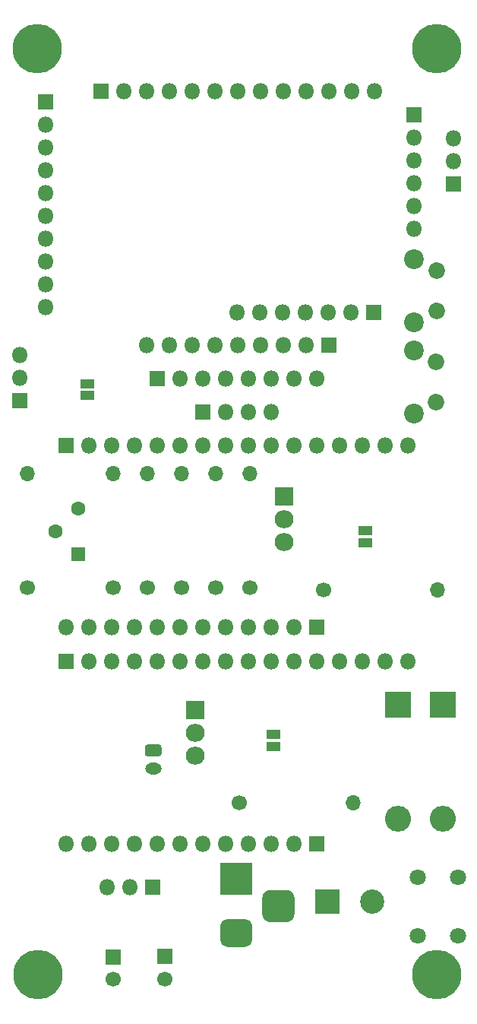
<source format=gbr>
%TF.GenerationSoftware,KiCad,Pcbnew,5.1.6-c6e7f7d~87~ubuntu18.04.1*%
%TF.CreationDate,2021-12-28T13:40:06-05:00*%
%TF.ProjectId,remote,72656d6f-7465-42e6-9b69-6361645f7063,rev?*%
%TF.SameCoordinates,Original*%
%TF.FileFunction,Soldermask,Bot*%
%TF.FilePolarity,Negative*%
%FSLAX46Y46*%
G04 Gerber Fmt 4.6, Leading zero omitted, Abs format (unit mm)*
G04 Created by KiCad (PCBNEW 5.1.6-c6e7f7d~87~ubuntu18.04.1) date 2021-12-28 13:40:06*
%MOMM*%
%LPD*%
G01*
G04 APERTURE LIST*
%ADD10R,1.800000X1.800000*%
%ADD11O,1.800000X1.800000*%
%ADD12R,1.600000X1.600000*%
%ADD13C,1.600000*%
%ADD14C,1.700000*%
%ADD15O,1.700000X1.700000*%
%ADD16R,2.900000X2.900000*%
%ADD17O,2.900000X2.900000*%
%ADD18O,2.100000X2.005000*%
%ADD19R,2.100000X2.005000*%
%ADD20R,1.600000X1.100000*%
%ADD21C,1.800000*%
%ADD22C,5.500000*%
%ADD23C,2.200000*%
%ADD24C,1.850000*%
%ADD25O,1.850000X1.300000*%
%ADD26R,1.700000X1.700000*%
%ADD27R,3.600000X3.600000*%
%ADD28R,2.700000X2.700000*%
%ADD29C,2.700000*%
G04 APERTURE END LIST*
D10*
%TO.C,J14*%
X17130000Y-39020000D03*
D11*
X19670000Y-39020000D03*
X22210000Y-39020000D03*
X24750000Y-39020000D03*
X27290000Y-39020000D03*
X29830000Y-39020000D03*
X32370000Y-39020000D03*
X34910000Y-39020000D03*
%TD*%
%TO.C,J3*%
X45063000Y-70523000D03*
X42523000Y-70523000D03*
X39983000Y-70523000D03*
X37443000Y-70523000D03*
X34903000Y-70523000D03*
X32363000Y-70523000D03*
X29823000Y-70523000D03*
X27283000Y-70523000D03*
X24743000Y-70523000D03*
X22203000Y-70523000D03*
X19663000Y-70523000D03*
X17123000Y-70523000D03*
X14583000Y-70523000D03*
X12043000Y-70523000D03*
X9503000Y-70523000D03*
D10*
X6963000Y-70523000D03*
%TD*%
D12*
%TO.C,Q3*%
X8280000Y-58520000D03*
D13*
X8280000Y-53440000D03*
X5740000Y-55980000D03*
%TD*%
D14*
%TO.C,R8*%
X2650000Y-62240000D03*
D15*
X2650000Y-49540000D03*
%TD*%
D16*
%TO.C,D2*%
X48940000Y-75350000D03*
D17*
X48940000Y-88050000D03*
%TD*%
D18*
%TO.C,Q2*%
X31250000Y-57210000D03*
X31250000Y-54670000D03*
D19*
X31250000Y-52130000D03*
%TD*%
D18*
%TO.C,Q1*%
X21300000Y-81030000D03*
X21300000Y-78490000D03*
D19*
X21300000Y-75950000D03*
%TD*%
D20*
%TO.C,JP1*%
X30060000Y-79940000D03*
X30060000Y-78640000D03*
%TD*%
%TO.C,JP3*%
X9350000Y-40900000D03*
X9350000Y-39600000D03*
%TD*%
%TO.C,JP2*%
X40310000Y-57250000D03*
X40310000Y-55950000D03*
%TD*%
D11*
%TO.C,J18*%
X45760000Y-22310000D03*
X45760000Y-19770000D03*
X45760000Y-17230000D03*
X45760000Y-14690000D03*
X45760000Y-12150000D03*
D10*
X45760000Y-9610000D03*
%TD*%
D15*
%TO.C,R7*%
X48330000Y-62510000D03*
D14*
X35630000Y-62510000D03*
%TD*%
%TO.C,R6*%
X26260000Y-86200000D03*
D15*
X38960000Y-86200000D03*
%TD*%
D10*
%TO.C,J15*%
X36210000Y-35280000D03*
D11*
X33670000Y-35280000D03*
X31130000Y-35280000D03*
X28590000Y-35280000D03*
X26050000Y-35280000D03*
X23510000Y-35280000D03*
X20970000Y-35280000D03*
X18430000Y-35280000D03*
X15890000Y-35280000D03*
%TD*%
D10*
%TO.C,J11*%
X4640000Y-8170000D03*
D11*
X4640000Y-10710000D03*
X4640000Y-13250000D03*
X4640000Y-15790000D03*
X4640000Y-18330000D03*
X4640000Y-20870000D03*
X4640000Y-23410000D03*
X4640000Y-25950000D03*
X4640000Y-28490000D03*
X4640000Y-31030000D03*
%TD*%
%TO.C,J6*%
X41340000Y-6960000D03*
X38800000Y-6960000D03*
X36260000Y-6960000D03*
X33720000Y-6960000D03*
X31180000Y-6960000D03*
X28640000Y-6960000D03*
X26100000Y-6960000D03*
X23560000Y-6960000D03*
X21020000Y-6960000D03*
X18480000Y-6960000D03*
X15940000Y-6960000D03*
X13400000Y-6960000D03*
D10*
X10860000Y-6960000D03*
%TD*%
D11*
%TO.C,J2*%
X6973000Y-90807000D03*
X9513000Y-90807000D03*
X12053000Y-90807000D03*
X14593000Y-90807000D03*
X17133000Y-90807000D03*
X19673000Y-90807000D03*
X22213000Y-90807000D03*
X24753000Y-90807000D03*
X27293000Y-90807000D03*
X29833000Y-90807000D03*
X32373000Y-90807000D03*
D10*
X34913000Y-90807000D03*
%TD*%
D21*
%TO.C,SW4*%
X50640000Y-94560000D03*
X50640000Y-101060000D03*
X46140000Y-94560000D03*
X46140000Y-101060000D03*
%TD*%
D22*
%TO.C,H6*%
X3750000Y-2250000D03*
%TD*%
D15*
%TO.C,R5*%
X27437000Y-49539000D03*
D14*
X27437000Y-62239000D03*
%TD*%
D10*
%TO.C,J19*%
X1750000Y-41450000D03*
D11*
X1750000Y-38910000D03*
X1750000Y-36370000D03*
%TD*%
D22*
%TO.C,H5*%
X48250000Y-2270000D03*
%TD*%
D11*
%TO.C,J9*%
X6943000Y-66695000D03*
X9483000Y-66695000D03*
X12023000Y-66695000D03*
X14563000Y-66695000D03*
X17103000Y-66695000D03*
X19643000Y-66695000D03*
X22183000Y-66695000D03*
X24723000Y-66695000D03*
X27263000Y-66695000D03*
X29803000Y-66695000D03*
X32343000Y-66695000D03*
D10*
X34883000Y-66695000D03*
%TD*%
%TO.C,J16*%
X22200000Y-42720000D03*
D11*
X24740000Y-42720000D03*
X27280000Y-42720000D03*
X29820000Y-42720000D03*
%TD*%
%TO.C,J17*%
X26033000Y-31611000D03*
X28573000Y-31611000D03*
X31113000Y-31611000D03*
X33653000Y-31611000D03*
X36193000Y-31611000D03*
X38733000Y-31611000D03*
D10*
X41273000Y-31611000D03*
%TD*%
D22*
%TO.C,H2*%
X48250000Y-105410000D03*
%TD*%
%TO.C,H1*%
X3790000Y-105410000D03*
%TD*%
D10*
%TO.C,J5*%
X50120000Y-17290000D03*
D11*
X50120000Y-14750000D03*
X50120000Y-12210000D03*
%TD*%
D23*
%TO.C,SW2*%
X45720000Y-35900000D03*
D24*
X48210000Y-37150000D03*
X48210000Y-41650000D03*
D23*
X45720000Y-42910000D03*
%TD*%
%TO.C,SW1*%
X45760000Y-32740000D03*
D24*
X48250000Y-31480000D03*
X48250000Y-26980000D03*
D23*
X45760000Y-25730000D03*
%TD*%
%TO.C,J1*%
G36*
G01*
X15995832Y-79750000D02*
X17304168Y-79750000D01*
G75*
G02*
X17575000Y-80020832I0J-270832D01*
G01*
X17575000Y-80779168D01*
G75*
G02*
X17304168Y-81050000I-270832J0D01*
G01*
X15995832Y-81050000D01*
G75*
G02*
X15725000Y-80779168I0J270832D01*
G01*
X15725000Y-80020832D01*
G75*
G02*
X15995832Y-79750000I270832J0D01*
G01*
G37*
D25*
X16650000Y-82400000D03*
%TD*%
D11*
%TO.C,J10*%
X45033000Y-46411000D03*
X42493000Y-46411000D03*
X39953000Y-46411000D03*
X37413000Y-46411000D03*
X34873000Y-46411000D03*
X32333000Y-46411000D03*
X29793000Y-46411000D03*
X27253000Y-46411000D03*
X24713000Y-46411000D03*
X22173000Y-46411000D03*
X19633000Y-46411000D03*
X17093000Y-46411000D03*
X14553000Y-46411000D03*
X12013000Y-46411000D03*
X9473000Y-46411000D03*
D10*
X6933000Y-46411000D03*
%TD*%
D17*
%TO.C,D1*%
X43940000Y-88050000D03*
D16*
X43940000Y-75350000D03*
%TD*%
D26*
%TO.C,C2*%
X12210000Y-103420000D03*
D14*
X12210000Y-105920000D03*
%TD*%
%TO.C,C1*%
X17960000Y-105880000D03*
D26*
X17960000Y-103380000D03*
%TD*%
D10*
%TO.C,J4*%
X16597000Y-95659000D03*
D11*
X14057000Y-95659000D03*
X11517000Y-95659000D03*
%TD*%
D15*
%TO.C,R4*%
X23627000Y-49539000D03*
D14*
X23627000Y-62239000D03*
%TD*%
D27*
%TO.C,J7*%
X25908000Y-94742000D03*
G36*
G01*
X26933000Y-102292000D02*
X24883000Y-102292000D01*
G75*
G02*
X24108000Y-101517000I0J775000D01*
G01*
X24108000Y-99967000D01*
G75*
G02*
X24883000Y-99192000I775000J0D01*
G01*
X26933000Y-99192000D01*
G75*
G02*
X27708000Y-99967000I0J-775000D01*
G01*
X27708000Y-101517000D01*
G75*
G02*
X26933000Y-102292000I-775000J0D01*
G01*
G37*
G36*
G01*
X31508000Y-99542000D02*
X29708000Y-99542000D01*
G75*
G02*
X28808000Y-98642000I0J900000D01*
G01*
X28808000Y-96842000D01*
G75*
G02*
X29708000Y-95942000I900000J0D01*
G01*
X31508000Y-95942000D01*
G75*
G02*
X32408000Y-96842000I0J-900000D01*
G01*
X32408000Y-98642000D01*
G75*
G02*
X31508000Y-99542000I-900000J0D01*
G01*
G37*
%TD*%
D28*
%TO.C,J8*%
X36090000Y-97250000D03*
D29*
X41090000Y-97250000D03*
%TD*%
D14*
%TO.C,R2*%
X16007000Y-62239000D03*
D15*
X16007000Y-49539000D03*
%TD*%
D14*
%TO.C,R1*%
X12197000Y-62239000D03*
D15*
X12197000Y-49539000D03*
%TD*%
D14*
%TO.C,R3*%
X19817000Y-62239000D03*
D15*
X19817000Y-49539000D03*
%TD*%
M02*

</source>
